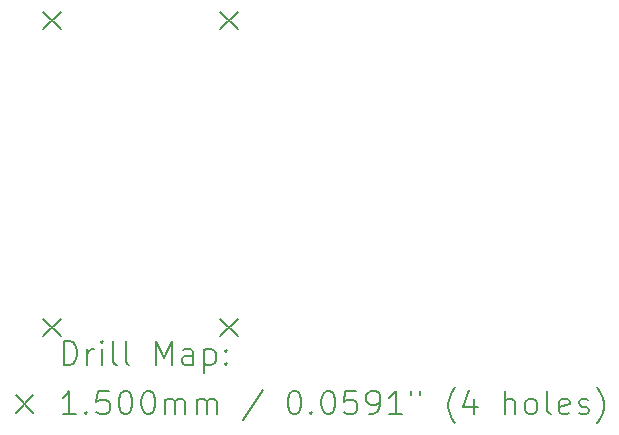
<source format=gbr>
%TF.GenerationSoftware,KiCad,Pcbnew,6.0.10+dfsg-1~bpo11+1*%
%TF.ProjectId,bot,626f742e-6b69-4636-9164-5f7063625858,rev?*%
%TF.SameCoordinates,Original*%
%TF.FileFunction,Drillmap*%
%TF.FilePolarity,Positive*%
%FSLAX45Y45*%
G04 Gerber Fmt 4.5, Leading zero omitted, Abs format (unit mm)*
%MOMM*%
%LPD*%
G01*
G04 APERTURE LIST*
%ADD10C,0.200000*%
%ADD11C,0.150000*%
G04 APERTURE END LIST*
D10*
D11*
X12725000Y-9925000D02*
X12875000Y-10075000D01*
X12875000Y-9925000D02*
X12725000Y-10075000D01*
X12725000Y-12525000D02*
X12875000Y-12675000D01*
X12875000Y-12525000D02*
X12725000Y-12675000D01*
X14225000Y-9925000D02*
X14375000Y-10075000D01*
X14375000Y-9925000D02*
X14225000Y-10075000D01*
X14225000Y-12525000D02*
X14375000Y-12675000D01*
X14375000Y-12525000D02*
X14225000Y-12675000D01*
D10*
X12901619Y-12916476D02*
X12901619Y-12716476D01*
X12949238Y-12716476D01*
X12977809Y-12726000D01*
X12996857Y-12745048D01*
X13006381Y-12764095D01*
X13015905Y-12802190D01*
X13015905Y-12830762D01*
X13006381Y-12868857D01*
X12996857Y-12887905D01*
X12977809Y-12906952D01*
X12949238Y-12916476D01*
X12901619Y-12916476D01*
X13101619Y-12916476D02*
X13101619Y-12783143D01*
X13101619Y-12821238D02*
X13111143Y-12802190D01*
X13120667Y-12792667D01*
X13139714Y-12783143D01*
X13158762Y-12783143D01*
X13225428Y-12916476D02*
X13225428Y-12783143D01*
X13225428Y-12716476D02*
X13215905Y-12726000D01*
X13225428Y-12735524D01*
X13234952Y-12726000D01*
X13225428Y-12716476D01*
X13225428Y-12735524D01*
X13349238Y-12916476D02*
X13330190Y-12906952D01*
X13320667Y-12887905D01*
X13320667Y-12716476D01*
X13454000Y-12916476D02*
X13434952Y-12906952D01*
X13425428Y-12887905D01*
X13425428Y-12716476D01*
X13682571Y-12916476D02*
X13682571Y-12716476D01*
X13749238Y-12859333D01*
X13815905Y-12716476D01*
X13815905Y-12916476D01*
X13996857Y-12916476D02*
X13996857Y-12811714D01*
X13987333Y-12792667D01*
X13968286Y-12783143D01*
X13930190Y-12783143D01*
X13911143Y-12792667D01*
X13996857Y-12906952D02*
X13977809Y-12916476D01*
X13930190Y-12916476D01*
X13911143Y-12906952D01*
X13901619Y-12887905D01*
X13901619Y-12868857D01*
X13911143Y-12849809D01*
X13930190Y-12840286D01*
X13977809Y-12840286D01*
X13996857Y-12830762D01*
X14092095Y-12783143D02*
X14092095Y-12983143D01*
X14092095Y-12792667D02*
X14111143Y-12783143D01*
X14149238Y-12783143D01*
X14168286Y-12792667D01*
X14177809Y-12802190D01*
X14187333Y-12821238D01*
X14187333Y-12878381D01*
X14177809Y-12897428D01*
X14168286Y-12906952D01*
X14149238Y-12916476D01*
X14111143Y-12916476D01*
X14092095Y-12906952D01*
X14273048Y-12897428D02*
X14282571Y-12906952D01*
X14273048Y-12916476D01*
X14263524Y-12906952D01*
X14273048Y-12897428D01*
X14273048Y-12916476D01*
X14273048Y-12792667D02*
X14282571Y-12802190D01*
X14273048Y-12811714D01*
X14263524Y-12802190D01*
X14273048Y-12792667D01*
X14273048Y-12811714D01*
D11*
X12494000Y-13171000D02*
X12644000Y-13321000D01*
X12644000Y-13171000D02*
X12494000Y-13321000D01*
D10*
X13006381Y-13336476D02*
X12892095Y-13336476D01*
X12949238Y-13336476D02*
X12949238Y-13136476D01*
X12930190Y-13165048D01*
X12911143Y-13184095D01*
X12892095Y-13193619D01*
X13092095Y-13317428D02*
X13101619Y-13326952D01*
X13092095Y-13336476D01*
X13082571Y-13326952D01*
X13092095Y-13317428D01*
X13092095Y-13336476D01*
X13282571Y-13136476D02*
X13187333Y-13136476D01*
X13177809Y-13231714D01*
X13187333Y-13222190D01*
X13206381Y-13212667D01*
X13254000Y-13212667D01*
X13273048Y-13222190D01*
X13282571Y-13231714D01*
X13292095Y-13250762D01*
X13292095Y-13298381D01*
X13282571Y-13317428D01*
X13273048Y-13326952D01*
X13254000Y-13336476D01*
X13206381Y-13336476D01*
X13187333Y-13326952D01*
X13177809Y-13317428D01*
X13415905Y-13136476D02*
X13434952Y-13136476D01*
X13454000Y-13146000D01*
X13463524Y-13155524D01*
X13473048Y-13174571D01*
X13482571Y-13212667D01*
X13482571Y-13260286D01*
X13473048Y-13298381D01*
X13463524Y-13317428D01*
X13454000Y-13326952D01*
X13434952Y-13336476D01*
X13415905Y-13336476D01*
X13396857Y-13326952D01*
X13387333Y-13317428D01*
X13377809Y-13298381D01*
X13368286Y-13260286D01*
X13368286Y-13212667D01*
X13377809Y-13174571D01*
X13387333Y-13155524D01*
X13396857Y-13146000D01*
X13415905Y-13136476D01*
X13606381Y-13136476D02*
X13625428Y-13136476D01*
X13644476Y-13146000D01*
X13654000Y-13155524D01*
X13663524Y-13174571D01*
X13673048Y-13212667D01*
X13673048Y-13260286D01*
X13663524Y-13298381D01*
X13654000Y-13317428D01*
X13644476Y-13326952D01*
X13625428Y-13336476D01*
X13606381Y-13336476D01*
X13587333Y-13326952D01*
X13577809Y-13317428D01*
X13568286Y-13298381D01*
X13558762Y-13260286D01*
X13558762Y-13212667D01*
X13568286Y-13174571D01*
X13577809Y-13155524D01*
X13587333Y-13146000D01*
X13606381Y-13136476D01*
X13758762Y-13336476D02*
X13758762Y-13203143D01*
X13758762Y-13222190D02*
X13768286Y-13212667D01*
X13787333Y-13203143D01*
X13815905Y-13203143D01*
X13834952Y-13212667D01*
X13844476Y-13231714D01*
X13844476Y-13336476D01*
X13844476Y-13231714D02*
X13854000Y-13212667D01*
X13873048Y-13203143D01*
X13901619Y-13203143D01*
X13920667Y-13212667D01*
X13930190Y-13231714D01*
X13930190Y-13336476D01*
X14025428Y-13336476D02*
X14025428Y-13203143D01*
X14025428Y-13222190D02*
X14034952Y-13212667D01*
X14054000Y-13203143D01*
X14082571Y-13203143D01*
X14101619Y-13212667D01*
X14111143Y-13231714D01*
X14111143Y-13336476D01*
X14111143Y-13231714D02*
X14120667Y-13212667D01*
X14139714Y-13203143D01*
X14168286Y-13203143D01*
X14187333Y-13212667D01*
X14196857Y-13231714D01*
X14196857Y-13336476D01*
X14587333Y-13126952D02*
X14415905Y-13384095D01*
X14844476Y-13136476D02*
X14863524Y-13136476D01*
X14882571Y-13146000D01*
X14892095Y-13155524D01*
X14901619Y-13174571D01*
X14911143Y-13212667D01*
X14911143Y-13260286D01*
X14901619Y-13298381D01*
X14892095Y-13317428D01*
X14882571Y-13326952D01*
X14863524Y-13336476D01*
X14844476Y-13336476D01*
X14825428Y-13326952D01*
X14815905Y-13317428D01*
X14806381Y-13298381D01*
X14796857Y-13260286D01*
X14796857Y-13212667D01*
X14806381Y-13174571D01*
X14815905Y-13155524D01*
X14825428Y-13146000D01*
X14844476Y-13136476D01*
X14996857Y-13317428D02*
X15006381Y-13326952D01*
X14996857Y-13336476D01*
X14987333Y-13326952D01*
X14996857Y-13317428D01*
X14996857Y-13336476D01*
X15130190Y-13136476D02*
X15149238Y-13136476D01*
X15168286Y-13146000D01*
X15177809Y-13155524D01*
X15187333Y-13174571D01*
X15196857Y-13212667D01*
X15196857Y-13260286D01*
X15187333Y-13298381D01*
X15177809Y-13317428D01*
X15168286Y-13326952D01*
X15149238Y-13336476D01*
X15130190Y-13336476D01*
X15111143Y-13326952D01*
X15101619Y-13317428D01*
X15092095Y-13298381D01*
X15082571Y-13260286D01*
X15082571Y-13212667D01*
X15092095Y-13174571D01*
X15101619Y-13155524D01*
X15111143Y-13146000D01*
X15130190Y-13136476D01*
X15377809Y-13136476D02*
X15282571Y-13136476D01*
X15273048Y-13231714D01*
X15282571Y-13222190D01*
X15301619Y-13212667D01*
X15349238Y-13212667D01*
X15368286Y-13222190D01*
X15377809Y-13231714D01*
X15387333Y-13250762D01*
X15387333Y-13298381D01*
X15377809Y-13317428D01*
X15368286Y-13326952D01*
X15349238Y-13336476D01*
X15301619Y-13336476D01*
X15282571Y-13326952D01*
X15273048Y-13317428D01*
X15482571Y-13336476D02*
X15520667Y-13336476D01*
X15539714Y-13326952D01*
X15549238Y-13317428D01*
X15568286Y-13288857D01*
X15577809Y-13250762D01*
X15577809Y-13174571D01*
X15568286Y-13155524D01*
X15558762Y-13146000D01*
X15539714Y-13136476D01*
X15501619Y-13136476D01*
X15482571Y-13146000D01*
X15473048Y-13155524D01*
X15463524Y-13174571D01*
X15463524Y-13222190D01*
X15473048Y-13241238D01*
X15482571Y-13250762D01*
X15501619Y-13260286D01*
X15539714Y-13260286D01*
X15558762Y-13250762D01*
X15568286Y-13241238D01*
X15577809Y-13222190D01*
X15768286Y-13336476D02*
X15654000Y-13336476D01*
X15711143Y-13336476D02*
X15711143Y-13136476D01*
X15692095Y-13165048D01*
X15673048Y-13184095D01*
X15654000Y-13193619D01*
X15844476Y-13136476D02*
X15844476Y-13174571D01*
X15920667Y-13136476D02*
X15920667Y-13174571D01*
X16215905Y-13412667D02*
X16206381Y-13403143D01*
X16187333Y-13374571D01*
X16177809Y-13355524D01*
X16168286Y-13326952D01*
X16158762Y-13279333D01*
X16158762Y-13241238D01*
X16168286Y-13193619D01*
X16177809Y-13165048D01*
X16187333Y-13146000D01*
X16206381Y-13117428D01*
X16215905Y-13107905D01*
X16377809Y-13203143D02*
X16377809Y-13336476D01*
X16330190Y-13126952D02*
X16282571Y-13269809D01*
X16406381Y-13269809D01*
X16634952Y-13336476D02*
X16634952Y-13136476D01*
X16720667Y-13336476D02*
X16720667Y-13231714D01*
X16711143Y-13212667D01*
X16692095Y-13203143D01*
X16663524Y-13203143D01*
X16644476Y-13212667D01*
X16634952Y-13222190D01*
X16844476Y-13336476D02*
X16825429Y-13326952D01*
X16815905Y-13317428D01*
X16806381Y-13298381D01*
X16806381Y-13241238D01*
X16815905Y-13222190D01*
X16825429Y-13212667D01*
X16844476Y-13203143D01*
X16873048Y-13203143D01*
X16892095Y-13212667D01*
X16901619Y-13222190D01*
X16911143Y-13241238D01*
X16911143Y-13298381D01*
X16901619Y-13317428D01*
X16892095Y-13326952D01*
X16873048Y-13336476D01*
X16844476Y-13336476D01*
X17025429Y-13336476D02*
X17006381Y-13326952D01*
X16996857Y-13307905D01*
X16996857Y-13136476D01*
X17177810Y-13326952D02*
X17158762Y-13336476D01*
X17120667Y-13336476D01*
X17101619Y-13326952D01*
X17092095Y-13307905D01*
X17092095Y-13231714D01*
X17101619Y-13212667D01*
X17120667Y-13203143D01*
X17158762Y-13203143D01*
X17177810Y-13212667D01*
X17187333Y-13231714D01*
X17187333Y-13250762D01*
X17092095Y-13269809D01*
X17263524Y-13326952D02*
X17282571Y-13336476D01*
X17320667Y-13336476D01*
X17339714Y-13326952D01*
X17349238Y-13307905D01*
X17349238Y-13298381D01*
X17339714Y-13279333D01*
X17320667Y-13269809D01*
X17292095Y-13269809D01*
X17273048Y-13260286D01*
X17263524Y-13241238D01*
X17263524Y-13231714D01*
X17273048Y-13212667D01*
X17292095Y-13203143D01*
X17320667Y-13203143D01*
X17339714Y-13212667D01*
X17415905Y-13412667D02*
X17425429Y-13403143D01*
X17444476Y-13374571D01*
X17454000Y-13355524D01*
X17463524Y-13326952D01*
X17473048Y-13279333D01*
X17473048Y-13241238D01*
X17463524Y-13193619D01*
X17454000Y-13165048D01*
X17444476Y-13146000D01*
X17425429Y-13117428D01*
X17415905Y-13107905D01*
M02*

</source>
